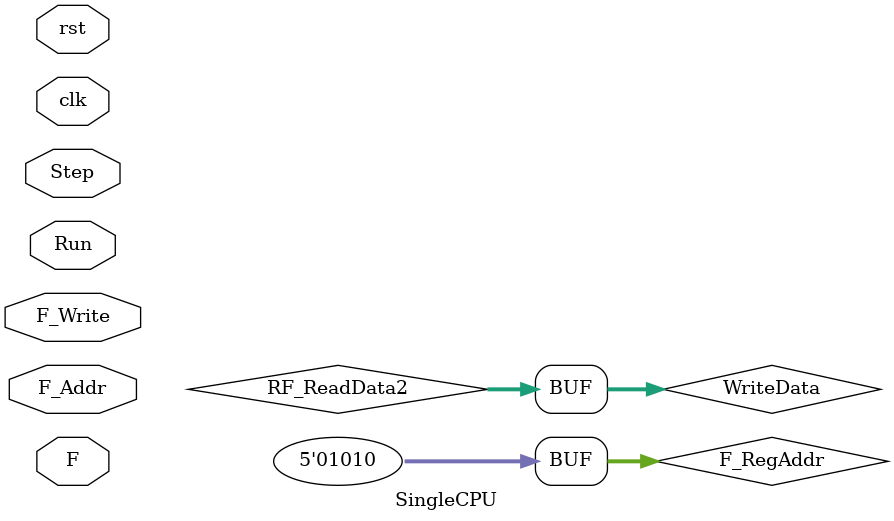
<source format=v>
`timescale 1ns / 1ps


module SingleCPU(
        input clk,rst,
        input [31:0] F,F_Addr,  //ì³²¨ÄÇÆõÊý¾ÝºÍÐ´ÈëµØÖ·
        input Run,Step,F_Write  //¿ØÖÆCPUÔËÐÐºÍF0£¬F1Ð´ÈëMemµÄÐÅºÅ
         );
    //PCÏà¹Ø±äÁ¿
    wire [31:0] curPC,nextPC;
    
    //Ö¸ÁîÏà¹Ø±äÁ¿
    wire [31:0] instruction;
    wire [5:0] op;
    wire [4:0] rs,rt,rd;
    wire [15:0] immediate;
    wire [25:0] addr;
    
    //¸÷¸ö´æ´¢Æ÷£¬¶àÑ¡Æ÷£¬ALU½Ó¿Ú
    wire [4:0] WriteReg;                //¼Ä´æÆ÷¶ÑÐ´»ØµØÖ·
    wire [31:0] ALUSrcB;                //ALUµÚ¶þÊäÈë
    wire [31:0] RF_ReadData1,RF_ReadData2,ALUout;//¼Ä´æÆ÷¶ÑÊä³öÒÔ¼°ALUÊä³ö
    wire [31:0] RF_WriteData,WriteData,ReadData;         //Êý¾Ý´æ´¢Æ÷ÊäÈëÊä³ö
    wire [31:0] Ex_Imm;                  //Î»À©Õ¹ºóµÄImm
    //¿ØÖÆÆ÷Ïà¹Ø±äÁ¿
    wire zero,PCWre,RegDst,RegWrite,ALUSrc,Jump,Branch,MemWrite,MemtoReg;
    wire [2:0] ALUOp;
    
    //ì³²¨ÄÇÆõÊýÁÐÏà¹Ø±äÁ¿
    wire Step_Edg;

    wire [31:0] MemData,MemAddr,F_RegData;//DataMemµÄÐ´ÈëÊý¾ÝºÍµØÖ·
    wire [4:0] F_RegAddr;
    
    EDG edg(clk, Step, Step_Edg);
    assign F_RegAddr = 5'b01010;
    assign MemData = F_Write ? F : RF_ReadData2;
    assign MemAddr = F_Write ? F_Addr : ALUout;
    assign PCWre = Run ? 1 : (Step_Edg);
    
    assign Ex_Imm = immediate[15] ? {16'hffff,immediate} : {16'h0000,immediate};
    assign WriteReg = RegDst ? rd : rt;
    assign ALUSrcB = ALUSrc ? Ex_Imm : RF_ReadData2;
    assign RF_WriteData = MemtoReg ? ReadData : ALUout;
    assign WriteData = RF_ReadData2;
    
    InsCut IC(.instruction(instruction), .op(op), .rs(rs), .rt(rt), .rd(rd),
    .addr(addr), .immediate(immediate));
    
    ControlUnit CU(.op(op), /*.PCWre(PCWre),*/ .RegDst(RegDst), .RegWrite(RegWrite), .ALUSrc(ALUSrc),
    .Jump(Jump), .Branch(Branch), .ALUOp(ALUOp), .MemWrite(MemWrite), .MemtoReg(MemtoReg));
    
    pcADD pcadd(.clk(clk), .rst(rst), .Branch(Branch), .zero(zero), .Jump(Jump), 
    .Ex_Imm(Ex_Imm), .addr(addr), .curPC(curPC), .nextPC(nextPC));
    
    PC PC(.clk(clk),.rst(rst), .PCWre(PCWre), .nextPC(nextPC), .curPC(curPC));
    
    RegFile RF(.clk(clk), .ra0(rs), .ra1(rt), .ra2(F_RegAddr), .rd0(RF_ReadData1), .rd1(RF_ReadData2), .rd2(F_RegData),
    .wa(WriteReg), .we(RegWrite), .wd(RF_WriteData));
    
    ALU alu(.a(RF_ReadData1), .b(ALUSrcB), .ALUOP(ALUOp), .y(ALUout), .zero(zero));
    
    InsMem IM(.a(curPC[9:2]), .spo(instruction));
    
    DataMem DM(.we(MemWrite || F_Write), .a(MemAddr[9:2]/*ALUout[9:2]*/), .clk(clk), .d(MemData/*RF_ReadData2*/), .spo(ReadData));
    
    
endmodule

</source>
